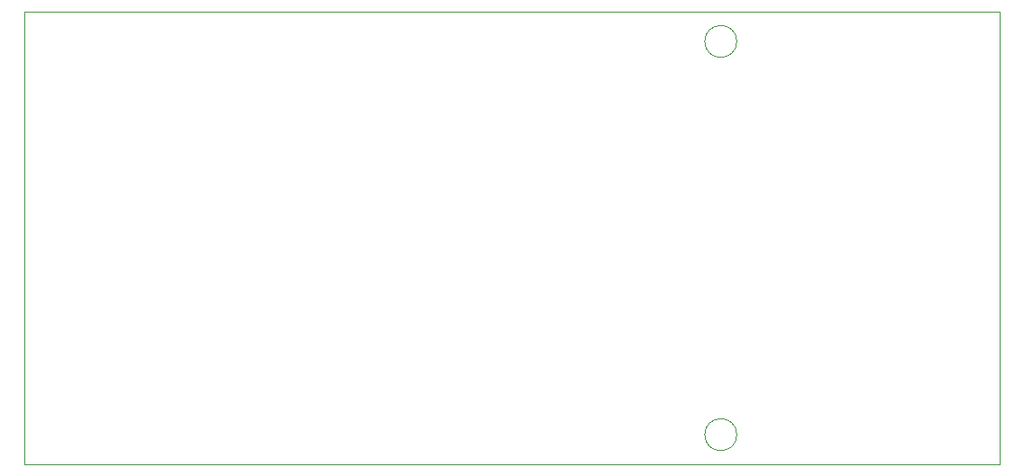
<source format=gbr>
%TF.GenerationSoftware,KiCad,Pcbnew,9.0.3-9.0.3-0~ubuntu24.04.1*%
%TF.CreationDate,2025-12-16T09:39:44+00:00*%
%TF.ProjectId,SuperNinePin,53757065-724e-4696-9e65-50696e2e6b69,rev?*%
%TF.SameCoordinates,Original*%
%TF.FileFunction,Profile,NP*%
%FSLAX46Y46*%
G04 Gerber Fmt 4.6, Leading zero omitted, Abs format (unit mm)*
G04 Created by KiCad (PCBNEW 9.0.3-9.0.3-0~ubuntu24.04.1) date 2025-12-16 09:39:44*
%MOMM*%
%LPD*%
G01*
G04 APERTURE LIST*
%TA.AperFunction,Profile*%
%ADD10C,0.050000*%
%TD*%
G04 APERTURE END LIST*
D10*
X129616200Y-31595500D02*
X221208600Y-31595500D01*
X221208600Y-74195500D01*
X129616200Y-74195500D01*
X129616200Y-31595500D01*
X196500000Y-34395500D02*
G75*
G02*
X193500000Y-34395500I-1500000J0D01*
G01*
X193500000Y-34395500D02*
G75*
G02*
X196500000Y-34395500I1500000J0D01*
G01*
X196500000Y-71395500D02*
G75*
G02*
X193500000Y-71395500I-1500000J0D01*
G01*
X193500000Y-71395500D02*
G75*
G02*
X196500000Y-71395500I1500000J0D01*
G01*
M02*

</source>
